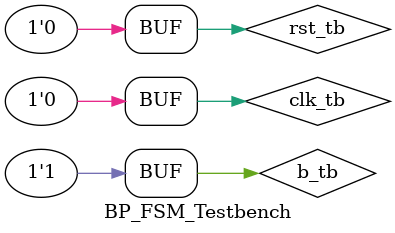
<source format=sv>
module BP_FSM_Testbench();

reg clk_tb, rst_tb, b_tb;
wire y_tb, z_tb;

localparam CLK_PERIOD = 20;

  BP_FSM BP_FSM_tb(clk_tb, rst_tb, b_tb, y_tb, z_tb);

// Generate clock
/* always begin

clk_tb = 0;
#(CLK_PERIOD / 2);
clk_tb = 1;
#(CLK_PERIOD / 2);
end*/
   task toggle_clk;
    begin
      clk_tb = ~clk_tb; #CLK_PERIOD;
      
    end
  endtask
initial begin
    // Dump waves
    $dumpfile("dump.vcd");
    $dumpvars(1);
    

   clk_tb = 0;
    
    for (int i = 0; i < 10; i++) begin
        #CLK_PERIOD toggle_clk;
    end
    
  end
  

initial begin

rst_tb = 1;
b_tb = 0;
#CLK_PERIOD rst_tb = 0;

#CLK_PERIOD b_tb = 1;
  
#CLK_PERIOD b_tb = 0;
  
#CLK_PERIOD b_tb = 1;
  
end

endmodule

</source>
